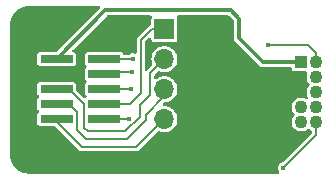
<source format=gbr>
%TF.GenerationSoftware,KiCad,Pcbnew,8.0.3*%
%TF.CreationDate,2024-06-23T22:17:52-05:00*%
%TF.ProjectId,TagConnectAdapter,54616743-6f6e-46e6-9563-744164617074,rev?*%
%TF.SameCoordinates,Original*%
%TF.FileFunction,Copper,L1,Top*%
%TF.FilePolarity,Positive*%
%FSLAX46Y46*%
G04 Gerber Fmt 4.6, Leading zero omitted, Abs format (unit mm)*
G04 Created by KiCad (PCBNEW 8.0.3) date 2024-06-23 22:17:52*
%MOMM*%
%LPD*%
G01*
G04 APERTURE LIST*
%TA.AperFunction,ComponentPad*%
%ADD10O,1.700000X1.700000*%
%TD*%
%TA.AperFunction,ComponentPad*%
%ADD11R,1.700000X1.700000*%
%TD*%
%TA.AperFunction,ComponentPad*%
%ADD12C,1.100000*%
%TD*%
%TA.AperFunction,ComponentPad*%
%ADD13R,1.100000X1.100000*%
%TD*%
%TA.AperFunction,SMDPad,CuDef*%
%ADD14R,2.770000X0.650000*%
%TD*%
%TA.AperFunction,ViaPad*%
%ADD15C,0.450000*%
%TD*%
%TA.AperFunction,Conductor*%
%ADD16C,0.200000*%
%TD*%
%TA.AperFunction,Conductor*%
%ADD17C,0.350000*%
%TD*%
G04 APERTURE END LIST*
D10*
%TO.P,J3,5,Pin_5*%
%TO.N,GND*%
X143800000Y-92470000D03*
%TO.P,J3,4,Pin_4*%
%TO.N,USB_TX*%
X143800000Y-89930000D03*
%TO.P,J3,3,Pin_3*%
%TO.N,USB_RX*%
X143800000Y-87390000D03*
%TO.P,J3,2,Pin_2*%
%TO.N,USB_RTS*%
X143800000Y-84850000D03*
D11*
%TO.P,J3,1,Pin_1*%
%TO.N,USB_CTS*%
X143800000Y-82310000D03*
%TD*%
D12*
%TO.P,J2,9,Pin_9*%
%TO.N,unconnected-(J2-Pin_9-Pad9)*%
X155370000Y-90175000D03*
%TO.P,J2,10,Pin_10*%
%TO.N,~{RESET}*%
X156640000Y-90175000D03*
%TO.P,J2,7,Pin_7*%
%TO.N,unconnected-(J2-Pin_7-Pad7)*%
X155370000Y-88905000D03*
%TO.P,J2,8,Pin_8*%
%TO.N,unconnected-(J2-Pin_8-Pad8)*%
X156640000Y-88905000D03*
%TO.P,J2,5,Pin_5*%
%TO.N,GND*%
X155370000Y-87635000D03*
%TO.P,J2,6,Pin_6*%
%TO.N,SWO*%
X156640000Y-87635000D03*
%TO.P,J2,3,Pin_3*%
%TO.N,GND*%
X155370000Y-86365000D03*
%TO.P,J2,4,Pin_4*%
%TO.N,SWDCLK*%
X156640000Y-86365000D03*
D13*
%TO.P,J2,1,Pin_1*%
%TO.N,+3V0*%
X155370000Y-85095000D03*
D12*
%TO.P,J2,2,Pin_2*%
%TO.N,SWDIO*%
X156640000Y-85095000D03*
%TD*%
D14*
%TO.P,J1,10,Pin_10*%
%TO.N,~{RESET}*%
X138710000Y-89915000D03*
%TO.P,J1,9,Pin_9*%
%TO.N,USB_TX*%
X134670000Y-89915000D03*
%TO.P,J1,8,Pin_8*%
%TO.N,USB_CTS*%
X138710000Y-88645000D03*
%TO.P,J1,7,Pin_7*%
%TO.N,USB_RX*%
X134670000Y-88645000D03*
%TO.P,J1,6,Pin_6*%
%TO.N,SWO*%
X138710000Y-87375000D03*
%TO.P,J1,5,Pin_5*%
%TO.N,USB_RTS*%
X134670000Y-87375000D03*
%TO.P,J1,4,Pin_4*%
%TO.N,SWDCLK*%
X138710000Y-86105000D03*
%TO.P,J1,3,Pin_3*%
%TO.N,GND*%
X134670000Y-86105000D03*
%TO.P,J1,2,Pin_2*%
%TO.N,SWDIO*%
X138710000Y-84835000D03*
%TO.P,J1,1,Pin_1*%
%TO.N,+3V0*%
X134670000Y-84835000D03*
%TD*%
D15*
%TO.N,~{RESET}*%
X140775000Y-89915000D03*
X153875000Y-94050000D03*
%TO.N,SWO*%
X140975000Y-87375000D03*
%TO.N,SWDIO*%
X152600000Y-83625000D03*
%TO.N,SWDCLK*%
X141050000Y-85950000D03*
%TO.N,SWDIO*%
X141120970Y-84835000D03*
%TD*%
D16*
%TO.N,SWDCLK*%
X141050000Y-85950000D02*
X138865000Y-85950000D01*
X138865000Y-85950000D02*
X138710000Y-86105000D01*
%TO.N,USB_CTS*%
X141800000Y-83250000D02*
X142740000Y-82310000D01*
X141800000Y-87725000D02*
X141800000Y-83250000D01*
X142740000Y-82310000D02*
X143800000Y-82310000D01*
X140880000Y-88645000D02*
X141800000Y-87725000D01*
X138710000Y-88645000D02*
X140880000Y-88645000D01*
%TO.N,USB_RTS*%
X142600000Y-87870686D02*
X142600000Y-86050000D01*
X141725000Y-89750000D02*
X141725000Y-88745686D01*
X140500000Y-90975000D02*
X141725000Y-89750000D01*
X141725000Y-88745686D02*
X142600000Y-87870686D01*
X142600000Y-86050000D02*
X143800000Y-84850000D01*
X137300000Y-90975000D02*
X140500000Y-90975000D01*
X136975000Y-88620000D02*
X136975000Y-90650000D01*
X134670000Y-87375000D02*
X135730000Y-87375000D01*
X136975000Y-90650000D02*
X137300000Y-90975000D01*
X135730000Y-87375000D02*
X136975000Y-88620000D01*
%TO.N,USB_RX*%
X143800000Y-88000000D02*
X143800000Y-87390000D01*
X137200000Y-91625000D02*
X140625000Y-91625000D01*
X140625000Y-91625000D02*
X142225000Y-90025000D01*
X136425000Y-90850000D02*
X137200000Y-91625000D01*
X142225000Y-89575000D02*
X143800000Y-88000000D01*
X136425000Y-89340000D02*
X136425000Y-90850000D01*
X142225000Y-90025000D02*
X142225000Y-89575000D01*
X135730000Y-88645000D02*
X136425000Y-89340000D01*
X134670000Y-88645000D02*
X135730000Y-88645000D01*
%TO.N,~{RESET}*%
X140775000Y-89915000D02*
X138710000Y-89915000D01*
%TO.N,SWO*%
X140975000Y-87375000D02*
X138710000Y-87375000D01*
%TO.N,SWDIO*%
X141120970Y-84835000D02*
X138710000Y-84835000D01*
%TO.N,USB_TX*%
X136850000Y-92325000D02*
X141405000Y-92325000D01*
X141405000Y-92325000D02*
X143800000Y-89930000D01*
%TO.N,~{RESET}*%
X156640000Y-91285000D02*
X156640000Y-90175000D01*
X153875000Y-94050000D02*
X156640000Y-91285000D01*
D17*
%TO.N,+3V0*%
X152120000Y-85095000D02*
X155370000Y-85095000D01*
X150125000Y-81425000D02*
X150125000Y-83100000D01*
X149425000Y-80725000D02*
X150125000Y-81425000D01*
X138780000Y-80725000D02*
X149425000Y-80725000D01*
X134670000Y-84835000D02*
X138780000Y-80725000D01*
X150125000Y-83100000D02*
X152120000Y-85095000D01*
D16*
%TO.N,SWDIO*%
X152600000Y-83625000D02*
X155947817Y-83625000D01*
X155947817Y-83625000D02*
X156640000Y-84317183D01*
X156640000Y-84317183D02*
X156640000Y-85095000D01*
%TO.N,USB_TX*%
X134670000Y-90145000D02*
X136850000Y-92325000D01*
X134670000Y-89915000D02*
X134670000Y-90145000D01*
D17*
%TO.N,USB_RX*%
X134670000Y-88645000D02*
X135860000Y-88645000D01*
%TD*%
%TA.AperFunction,Conductor*%
%TO.N,GND*%
G36*
X138320429Y-80370185D02*
G01*
X138366184Y-80422989D01*
X138376128Y-80492147D01*
X138347103Y-80555703D01*
X138341071Y-80562181D01*
X134680071Y-84223181D01*
X134618748Y-84256666D01*
X134592390Y-84259500D01*
X133260323Y-84259500D01*
X133187264Y-84274032D01*
X133187260Y-84274033D01*
X133104399Y-84329399D01*
X133049033Y-84412260D01*
X133049032Y-84412264D01*
X133034500Y-84485321D01*
X133034500Y-85184678D01*
X133049032Y-85257735D01*
X133049033Y-85257739D01*
X133049034Y-85257740D01*
X133104399Y-85340601D01*
X133174039Y-85387132D01*
X133187260Y-85395966D01*
X133187264Y-85395967D01*
X133260321Y-85410499D01*
X133260324Y-85410500D01*
X133260326Y-85410500D01*
X136079676Y-85410500D01*
X136079677Y-85410499D01*
X136152740Y-85395966D01*
X136235601Y-85340601D01*
X136290966Y-85257740D01*
X136305500Y-85184674D01*
X136305500Y-84485326D01*
X136305500Y-84485323D01*
X136305499Y-84485321D01*
X136290967Y-84412264D01*
X136290966Y-84412260D01*
X136286472Y-84405534D01*
X136235601Y-84329399D01*
X136152740Y-84274034D01*
X136152739Y-84274033D01*
X136152738Y-84274033D01*
X136113337Y-84266195D01*
X136051427Y-84233809D01*
X136016854Y-84173092D01*
X136020595Y-84103323D01*
X136049848Y-84056899D01*
X138919929Y-81186819D01*
X138981252Y-81153334D01*
X139007610Y-81150500D01*
X142623540Y-81150500D01*
X142690579Y-81170185D01*
X142736334Y-81222989D01*
X142746278Y-81292147D01*
X142726642Y-81343391D01*
X142714034Y-81362259D01*
X142714032Y-81362264D01*
X142699500Y-81435321D01*
X142699500Y-81862839D01*
X142679815Y-81929878D01*
X142627011Y-81975633D01*
X142607597Y-81982613D01*
X142604713Y-81983385D01*
X142604709Y-81983387D01*
X142524791Y-82029527D01*
X142524786Y-82029531D01*
X141519529Y-83034788D01*
X141507472Y-83055672D01*
X141502376Y-83064500D01*
X141487881Y-83089606D01*
X141473386Y-83114711D01*
X141449500Y-83203856D01*
X141449500Y-84270245D01*
X141429815Y-84337284D01*
X141377011Y-84383039D01*
X141307853Y-84392983D01*
X141290566Y-84389222D01*
X141189340Y-84359500D01*
X141189337Y-84359500D01*
X141052603Y-84359500D01*
X141052602Y-84359500D01*
X140921412Y-84398020D01*
X140921409Y-84398022D01*
X140817473Y-84464816D01*
X140750436Y-84484500D01*
X140443744Y-84484500D01*
X140376705Y-84464815D01*
X140339153Y-84421478D01*
X140337752Y-84422415D01*
X140275601Y-84329399D01*
X140192739Y-84274033D01*
X140192735Y-84274032D01*
X140119677Y-84259500D01*
X140119674Y-84259500D01*
X137300326Y-84259500D01*
X137300323Y-84259500D01*
X137227264Y-84274032D01*
X137227260Y-84274033D01*
X137144399Y-84329399D01*
X137089033Y-84412260D01*
X137089032Y-84412264D01*
X137074500Y-84485321D01*
X137074500Y-85184678D01*
X137089032Y-85257735D01*
X137089033Y-85257739D01*
X137089034Y-85257740D01*
X137144398Y-85340600D01*
X137144400Y-85340602D01*
X137183755Y-85366898D01*
X137228561Y-85420510D01*
X137237268Y-85489835D01*
X137207114Y-85552862D01*
X137183755Y-85573102D01*
X137144400Y-85599397D01*
X137089033Y-85682260D01*
X137089032Y-85682264D01*
X137074500Y-85755321D01*
X137074500Y-86454678D01*
X137089032Y-86527735D01*
X137089033Y-86527739D01*
X137144400Y-86610602D01*
X137183755Y-86636898D01*
X137228561Y-86690510D01*
X137237268Y-86759835D01*
X137207114Y-86822862D01*
X137183755Y-86843102D01*
X137144400Y-86869397D01*
X137089033Y-86952260D01*
X137089032Y-86952264D01*
X137074500Y-87025321D01*
X137074500Y-87724678D01*
X137089032Y-87797735D01*
X137089033Y-87797739D01*
X137089034Y-87797740D01*
X137142960Y-87878448D01*
X137144400Y-87880602D01*
X137183755Y-87906898D01*
X137228561Y-87960510D01*
X137237268Y-88029835D01*
X137207114Y-88092862D01*
X137183756Y-88113101D01*
X137144399Y-88139399D01*
X137144398Y-88139399D01*
X137136505Y-88144674D01*
X137069827Y-88165551D01*
X137002447Y-88147066D01*
X136979934Y-88129252D01*
X136341819Y-87491137D01*
X136308334Y-87429814D01*
X136305500Y-87403456D01*
X136305500Y-87025323D01*
X136305499Y-87025321D01*
X136290967Y-86952264D01*
X136290966Y-86952260D01*
X136235601Y-86869399D01*
X136180235Y-86832405D01*
X136152739Y-86814033D01*
X136152735Y-86814032D01*
X136079677Y-86799500D01*
X136079674Y-86799500D01*
X133260326Y-86799500D01*
X133260323Y-86799500D01*
X133187264Y-86814032D01*
X133187260Y-86814033D01*
X133104399Y-86869399D01*
X133049033Y-86952260D01*
X133049032Y-86952264D01*
X133034500Y-87025321D01*
X133034500Y-87724678D01*
X133049032Y-87797735D01*
X133049033Y-87797739D01*
X133049034Y-87797740D01*
X133102960Y-87878448D01*
X133104400Y-87880602D01*
X133143755Y-87906898D01*
X133188561Y-87960510D01*
X133197268Y-88029835D01*
X133167114Y-88092862D01*
X133143755Y-88113102D01*
X133104400Y-88139397D01*
X133049033Y-88222260D01*
X133049032Y-88222264D01*
X133034500Y-88295321D01*
X133034500Y-88994678D01*
X133049032Y-89067735D01*
X133049033Y-89067739D01*
X133104400Y-89150602D01*
X133143755Y-89176898D01*
X133188561Y-89230510D01*
X133197268Y-89299835D01*
X133167114Y-89362862D01*
X133143755Y-89383102D01*
X133104400Y-89409397D01*
X133049033Y-89492260D01*
X133049032Y-89492264D01*
X133034500Y-89565321D01*
X133034500Y-90264678D01*
X133049032Y-90337735D01*
X133049033Y-90337739D01*
X133058547Y-90351978D01*
X133104399Y-90420601D01*
X133183152Y-90473221D01*
X133187260Y-90475966D01*
X133187264Y-90475967D01*
X133260321Y-90490499D01*
X133260324Y-90490500D01*
X133260326Y-90490500D01*
X134468456Y-90490500D01*
X134535495Y-90510185D01*
X134556137Y-90526819D01*
X136634788Y-92605470D01*
X136714712Y-92651614D01*
X136803856Y-92675500D01*
X136803857Y-92675500D01*
X136803858Y-92675500D01*
X141451142Y-92675500D01*
X141451144Y-92675500D01*
X141540288Y-92651614D01*
X141620212Y-92605470D01*
X143249489Y-90976191D01*
X143310810Y-90942708D01*
X143380501Y-90947692D01*
X143381962Y-90948248D01*
X143465383Y-90980565D01*
X143497544Y-90993024D01*
X143698024Y-91030500D01*
X143698026Y-91030500D01*
X143901974Y-91030500D01*
X143901976Y-91030500D01*
X144102456Y-90993024D01*
X144292637Y-90919348D01*
X144466041Y-90811981D01*
X144616764Y-90674579D01*
X144739673Y-90511821D01*
X144830582Y-90329250D01*
X144886397Y-90133083D01*
X144905215Y-89930000D01*
X144886397Y-89726917D01*
X144830582Y-89530750D01*
X144828395Y-89526358D01*
X144769093Y-89407263D01*
X144739673Y-89348179D01*
X144649536Y-89228818D01*
X144616762Y-89185418D01*
X144466041Y-89048019D01*
X144466039Y-89048017D01*
X144292642Y-88940655D01*
X144292635Y-88940651D01*
X144113442Y-88871232D01*
X144102456Y-88866976D01*
X143901976Y-88829500D01*
X143765543Y-88829500D01*
X143698504Y-88809815D01*
X143652749Y-88757011D01*
X143642805Y-88687853D01*
X143671830Y-88624297D01*
X143677862Y-88617819D01*
X143768862Y-88526819D01*
X143830185Y-88493334D01*
X143856543Y-88490500D01*
X143901974Y-88490500D01*
X143901976Y-88490500D01*
X144102456Y-88453024D01*
X144292637Y-88379348D01*
X144466041Y-88271981D01*
X144616764Y-88134579D01*
X144739673Y-87971821D01*
X144830582Y-87789250D01*
X144886397Y-87593083D01*
X144905215Y-87390000D01*
X144886397Y-87186917D01*
X144830582Y-86990750D01*
X144816006Y-86961478D01*
X144769093Y-86867263D01*
X144739673Y-86808179D01*
X144649500Y-86688770D01*
X144616762Y-86645418D01*
X144466041Y-86508019D01*
X144466039Y-86508017D01*
X144292642Y-86400655D01*
X144292635Y-86400651D01*
X144181147Y-86357461D01*
X144102456Y-86326976D01*
X143901976Y-86289500D01*
X143698024Y-86289500D01*
X143497544Y-86326976D01*
X143497541Y-86326976D01*
X143497541Y-86326977D01*
X143307364Y-86400651D01*
X143307357Y-86400655D01*
X143139777Y-86504416D01*
X143072417Y-86522971D01*
X143005717Y-86502163D01*
X142960856Y-86448598D01*
X142950500Y-86398989D01*
X142950500Y-86246543D01*
X142970185Y-86179504D01*
X142986819Y-86158862D01*
X143108534Y-86037147D01*
X143249489Y-85896191D01*
X143310810Y-85862708D01*
X143380501Y-85867692D01*
X143381962Y-85868248D01*
X143497536Y-85913021D01*
X143497544Y-85913024D01*
X143698024Y-85950500D01*
X143698026Y-85950500D01*
X143901974Y-85950500D01*
X143901976Y-85950500D01*
X144102456Y-85913024D01*
X144292637Y-85839348D01*
X144466041Y-85731981D01*
X144616764Y-85594579D01*
X144739673Y-85431821D01*
X144830582Y-85249250D01*
X144886397Y-85053083D01*
X144905215Y-84850000D01*
X144886397Y-84646917D01*
X144830582Y-84450750D01*
X144828846Y-84447264D01*
X144760016Y-84309034D01*
X144739673Y-84268179D01*
X144616764Y-84105421D01*
X144616762Y-84105418D01*
X144466041Y-83968019D01*
X144466039Y-83968017D01*
X144292642Y-83860655D01*
X144292635Y-83860651D01*
X144197546Y-83823814D01*
X144102456Y-83786976D01*
X143901976Y-83749500D01*
X143698024Y-83749500D01*
X143497544Y-83786976D01*
X143497541Y-83786976D01*
X143497541Y-83786977D01*
X143307364Y-83860651D01*
X143307357Y-83860655D01*
X143133960Y-83968017D01*
X143133958Y-83968019D01*
X142983237Y-84105418D01*
X142860327Y-84268178D01*
X142769422Y-84450739D01*
X142769417Y-84450752D01*
X142713602Y-84646917D01*
X142694785Y-84849999D01*
X142694785Y-84850000D01*
X142713602Y-85053082D01*
X142769419Y-85249253D01*
X142774744Y-85259948D01*
X142787002Y-85328734D01*
X142760125Y-85393227D01*
X142751422Y-85402895D01*
X142362181Y-85792137D01*
X142300858Y-85825622D01*
X142231167Y-85820638D01*
X142175233Y-85778767D01*
X142150816Y-85713302D01*
X142150500Y-85704456D01*
X142150500Y-83446544D01*
X142170185Y-83379505D01*
X142186819Y-83358863D01*
X142487819Y-83057863D01*
X142549142Y-83024378D01*
X142618834Y-83029362D01*
X142674767Y-83071234D01*
X142699184Y-83136698D01*
X142699500Y-83145544D01*
X142699500Y-83184678D01*
X142714032Y-83257735D01*
X142714033Y-83257739D01*
X142716844Y-83261946D01*
X142769399Y-83340601D01*
X142827624Y-83379505D01*
X142852260Y-83395966D01*
X142852264Y-83395967D01*
X142925321Y-83410499D01*
X142925324Y-83410500D01*
X142925326Y-83410500D01*
X144674676Y-83410500D01*
X144674677Y-83410499D01*
X144747740Y-83395966D01*
X144830601Y-83340601D01*
X144885966Y-83257740D01*
X144900500Y-83184674D01*
X144900500Y-81435326D01*
X144900500Y-81435323D01*
X144900499Y-81435321D01*
X144885967Y-81362264D01*
X144885966Y-81362262D01*
X144885966Y-81362260D01*
X144873357Y-81343390D01*
X144852480Y-81276714D01*
X144870964Y-81209333D01*
X144922943Y-81162643D01*
X144976460Y-81150500D01*
X149197390Y-81150500D01*
X149264429Y-81170185D01*
X149285071Y-81186819D01*
X149663181Y-81564929D01*
X149696666Y-81626252D01*
X149699500Y-81652610D01*
X149699500Y-83043982D01*
X149699500Y-83156018D01*
X149728497Y-83264237D01*
X149784515Y-83361263D01*
X151858737Y-85435485D01*
X151955763Y-85491503D01*
X152063982Y-85520500D01*
X152176018Y-85520500D01*
X154445500Y-85520500D01*
X154512539Y-85540185D01*
X154558294Y-85592989D01*
X154569500Y-85644500D01*
X154569500Y-85669678D01*
X154584032Y-85742735D01*
X154584033Y-85742739D01*
X154593133Y-85756358D01*
X154639399Y-85825601D01*
X154702394Y-85867692D01*
X154722260Y-85880966D01*
X154722264Y-85880967D01*
X154795321Y-85895499D01*
X154795324Y-85895500D01*
X155781431Y-85895500D01*
X155848470Y-85915185D01*
X155894225Y-85967989D01*
X155904169Y-86037147D01*
X155898472Y-86060455D01*
X155854633Y-86185737D01*
X155854630Y-86185750D01*
X155834435Y-86364996D01*
X155834435Y-86365003D01*
X155854630Y-86544249D01*
X155854631Y-86544254D01*
X155914211Y-86714523D01*
X156010184Y-86867262D01*
X156010185Y-86867263D01*
X156055241Y-86912320D01*
X156088725Y-86973643D01*
X156083740Y-87043335D01*
X156055241Y-87087680D01*
X156010184Y-87132737D01*
X155914211Y-87285476D01*
X155854631Y-87455745D01*
X155854630Y-87455750D01*
X155834435Y-87634996D01*
X155834435Y-87635003D01*
X155854630Y-87814249D01*
X155854631Y-87814254D01*
X155914211Y-87984523D01*
X155954318Y-88048352D01*
X155973318Y-88115588D01*
X155952950Y-88182424D01*
X155899683Y-88227638D01*
X155830426Y-88236876D01*
X155783352Y-88219318D01*
X155719523Y-88179211D01*
X155549254Y-88119631D01*
X155549249Y-88119630D01*
X155370004Y-88099435D01*
X155369996Y-88099435D01*
X155190750Y-88119630D01*
X155190745Y-88119631D01*
X155020476Y-88179211D01*
X154867737Y-88275184D01*
X154740184Y-88402737D01*
X154644211Y-88555476D01*
X154584631Y-88725745D01*
X154584630Y-88725750D01*
X154564435Y-88904996D01*
X154564435Y-88905003D01*
X154584630Y-89084249D01*
X154584631Y-89084254D01*
X154644211Y-89254523D01*
X154740184Y-89407262D01*
X154740185Y-89407263D01*
X154785241Y-89452320D01*
X154818725Y-89513643D01*
X154813740Y-89583335D01*
X154785241Y-89627680D01*
X154740184Y-89672737D01*
X154644211Y-89825476D01*
X154584631Y-89995745D01*
X154584630Y-89995750D01*
X154564435Y-90174996D01*
X154564435Y-90175003D01*
X154584630Y-90354249D01*
X154584631Y-90354254D01*
X154644211Y-90524523D01*
X154645654Y-90526819D01*
X154740184Y-90677262D01*
X154867738Y-90804816D01*
X154879143Y-90811982D01*
X155013085Y-90896144D01*
X155020478Y-90900789D01*
X155073517Y-90919348D01*
X155190745Y-90960368D01*
X155190750Y-90960369D01*
X155369996Y-90980565D01*
X155370000Y-90980565D01*
X155370004Y-90980565D01*
X155549249Y-90960369D01*
X155549252Y-90960368D01*
X155549255Y-90960368D01*
X155719522Y-90900789D01*
X155872262Y-90804816D01*
X155917319Y-90759759D01*
X155978642Y-90726274D01*
X156048334Y-90731258D01*
X156092681Y-90759759D01*
X156137740Y-90804818D01*
X156231471Y-90863712D01*
X156277763Y-90916046D01*
X156289500Y-90968706D01*
X156289500Y-91088456D01*
X156269815Y-91155495D01*
X156253181Y-91176137D01*
X153891137Y-93538181D01*
X153829814Y-93571666D01*
X153815406Y-93573215D01*
X153815410Y-93573238D01*
X153806632Y-93574499D01*
X153675440Y-93613021D01*
X153560413Y-93686942D01*
X153560409Y-93686946D01*
X153470872Y-93790278D01*
X153470867Y-93790285D01*
X153414070Y-93914654D01*
X153414068Y-93914662D01*
X153394610Y-94050000D01*
X153414068Y-94185337D01*
X153414070Y-94185345D01*
X153470867Y-94309714D01*
X153470870Y-94309718D01*
X153500833Y-94344297D01*
X153529858Y-94407853D01*
X153519914Y-94477012D01*
X153474159Y-94529815D01*
X153407120Y-94549500D01*
X132329428Y-94549500D01*
X132320582Y-94549184D01*
X132299407Y-94547669D01*
X132106211Y-94533851D01*
X132088700Y-94531333D01*
X131883039Y-94486595D01*
X131866063Y-94481611D01*
X131668849Y-94408053D01*
X131652757Y-94400703D01*
X131468031Y-94299836D01*
X131453146Y-94290271D01*
X131312980Y-94185344D01*
X131284646Y-94164133D01*
X131271276Y-94152547D01*
X131122452Y-94003723D01*
X131110866Y-93990353D01*
X131070924Y-93936997D01*
X130984724Y-93821848D01*
X130975163Y-93806968D01*
X130874296Y-93622242D01*
X130866946Y-93606150D01*
X130841595Y-93538181D01*
X130793385Y-93408928D01*
X130788406Y-93391969D01*
X130743665Y-93186296D01*
X130741148Y-93168787D01*
X130725816Y-92954418D01*
X130725500Y-92945572D01*
X130725500Y-81954427D01*
X130725816Y-81945581D01*
X130741148Y-81731212D01*
X130743666Y-81713700D01*
X130788407Y-81508026D01*
X130793384Y-81491075D01*
X130866948Y-81293844D01*
X130874296Y-81277757D01*
X130911658Y-81209333D01*
X130975166Y-81093025D01*
X130984720Y-81078157D01*
X131110873Y-80909637D01*
X131122445Y-80896283D01*
X131271283Y-80747445D01*
X131284637Y-80735873D01*
X131453157Y-80609720D01*
X131468025Y-80600166D01*
X131652757Y-80499295D01*
X131668844Y-80491948D01*
X131866075Y-80418384D01*
X131883026Y-80413407D01*
X132088705Y-80368665D01*
X132106206Y-80366148D01*
X132320582Y-80350816D01*
X132329428Y-80350500D01*
X132382583Y-80350500D01*
X138253390Y-80350500D01*
X138320429Y-80370185D01*
G37*
%TD.AperFunction*%
%TD*%
M02*

</source>
